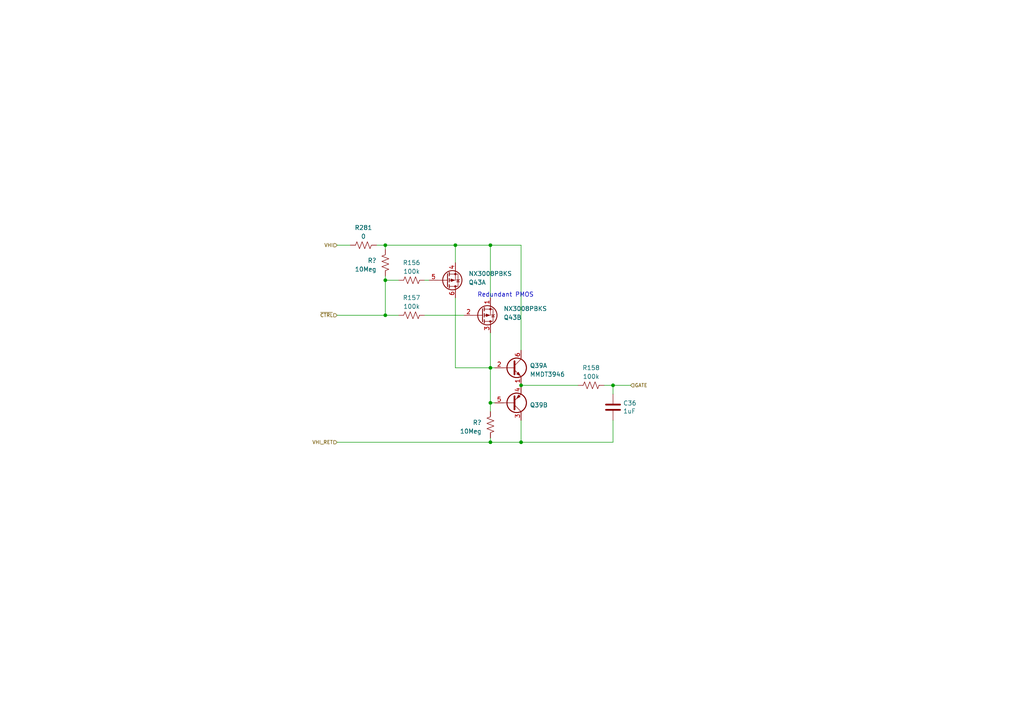
<source format=kicad_sch>
(kicad_sch (version 20230121) (generator eeschema)
  (paper "A4")
  (lib_symbols
    (symbol "Device:C" (pin_numbers hide) (pin_names (offset 0.254))
      (property "Reference" "C" (at 0.635 2.54 0))
      (property "Value" "C" (at 0.635 -2.54 0))
      (symbol "C_0_1"
        (polyline (pts (xy -2.032 -0.762) (xy 2.032 -0.762)) (stroke (width 0.508)))
        (polyline (pts (xy -2.032 0.762) (xy 2.032 0.762)) (stroke (width 0.508)))
      )
      (symbol "C_1_1"
        (pin passive line (at 0 3.81 270) (length 2.794) (name "~") (number "1"))
        (pin passive line (at 0 -3.81 90) (length 2.794) (name "~") (number "2"))
      )
    )
    (symbol "Device:R_US" (pin_numbers hide) (pin_names (offset 0))
      (property "Reference" "R" (at 2.54 0 90))
      (property "Value" "R_US" (at -2.54 0 90))
      (symbol "R_US_0_1"
        (polyline (pts (xy 0 -2.286) (xy 0 -2.54)))
        (polyline (pts (xy 0 2.286) (xy 0 2.54)))
        (polyline (pts (xy 0 -0.762) (xy 1.016 -1.143) (xy 0 -1.524) (xy -1.016 -1.905) (xy 0 -2.286)))
        (polyline (pts (xy 0 0.762) (xy 1.016 0.381) (xy 0 0) (xy -1.016 -0.381) (xy 0 -0.762)))
        (polyline (pts (xy 0 2.286) (xy 1.016 1.905) (xy 0 1.524) (xy -1.016 1.143) (xy 0 0.762)))
      )
      (symbol "R_US_1_1"
        (pin passive line (at 0 3.81 270) (length 1.27) (name "~") (number "1"))
        (pin passive line (at 0 -3.81 90) (length 1.27) (name "~") (number "2"))
      )
    )
    (symbol "NX3008PBKS_1" (pin_names (offset 0.762) hide)
      (property "Reference" "Q" (at -2.54 5.08 0))
      (property "Value" "NX3008PBKS" (at 3.81 6.35 0))
      (symbol "NX3008PBKS_1_1_1"
        (polyline (pts (xy -1.016 0) (xy -3.81 0)))
        (polyline (pts (xy -1.016 1.905) (xy -1.016 -1.905)) (stroke (width 0.254)))
        (polyline (pts (xy -0.508 -1.27) (xy -0.508 -2.286)) (stroke (width 0.254)))
        (polyline (pts (xy -0.508 0.508) (xy -0.508 -0.508)) (stroke (width 0.254)))
        (polyline (pts (xy -0.508 2.286) (xy -0.508 1.27)) (stroke (width 0.254)))
        (polyline (pts (xy 1.27 2.54) (xy 1.27 1.778)))
        (polyline (pts (xy 1.27 -2.54) (xy 1.27 0) (xy -0.508 0)))
        (polyline (pts (xy -0.508 -1.778) (xy 2.032 -1.778) (xy 2.032 1.778) (xy -0.508 1.778)))
        (polyline (pts (xy 1.016 0) (xy 0 -0.381) (xy 0 0.381) (xy 1.016 0)) (fill (type outline)))
        (polyline (pts (xy 2.032 -0.127) (xy 2.413 0.508) (xy 1.651 0.508) (xy 2.032 -0.127)))
        (polyline (pts (xy 2.54 -0.254) (xy 2.413 -0.127) (xy 1.651 -0.127) (xy 1.524 0)))
        (circle (center 0.381 0) (radius 2.794) (stroke (width 0.254)))
        (circle (center 1.27 -1.778) (radius 0.254) (fill (type outline)))
        (circle (center 1.27 1.778) (radius 0.254) (fill (type outline)))
        (pin passive line (at 1.27 -5.08 90) (length 2.54) (name "S2") (number "4"))
        (pin input line (at -6.35 0 0) (length 2.54) (name "G2") (number "5"))
        (pin passive line (at 1.27 5.08 270) (length 2.54) (name "D1") (number "6"))
      )
      (symbol "NX3008PBKS_1_2_1"
        (polyline (pts (xy -1.016 0) (xy -3.81 0)))
        (polyline (pts (xy -1.016 1.905) (xy -1.016 -1.905)) (stroke (width 0.254)))
        (polyline (pts (xy -0.508 -1.27) (xy -0.508 -2.286)) (stroke (width 0.254)))
        (polyline (pts (xy -0.508 0.508) (xy -0.508 -0.508)) (stroke (width 0.254)))
        (polyline (pts (xy -0.508 2.286) (xy -0.508 1.27)) (stroke (width 0.254)))
        (polyline (pts (xy 1.27 2.54) (xy 1.27 1.778)))
        (polyline (pts (xy 1.27 -2.54) (xy 1.27 0) (xy -0.508 0)))
        (polyline (pts (xy -0.508 -1.778) (xy 2.032 -1.778) (xy 2.032 1.778) (xy -0.508 1.778)))
        (polyline (pts (xy 1.016 0) (xy 0 -0.381) (xy 0 0.381) (xy 1.016 0)) (fill (type outline)))
        (polyline (pts (xy 2.032 -0.127) (xy 2.413 0.508) (xy 1.651 0.508) (xy 2.032 -0.127)))
        (polyline (pts (xy 2.54 -0.254) (xy 2.413 -0.127) (xy 1.651 -0.127) (xy 1.524 0)))
        (circle (center 0.381 0) (radius 2.794) (stroke (width 0.254)))
        (circle (center 1.27 -1.778) (radius 0.254) (fill (type outline)))
        (circle (center 1.27 1.778) (radius 0.254) (fill (type outline)))
        (pin passive line (at 1.27 -5.08 90) (length 2.54) (name "S1") (number "1"))
        (pin input line (at -6.35 0 0) (length 2.54) (name "G1") (number "2"))
        (pin passive line (at 1.27 5.08 270) (length 2.54) (name "D2") (number "3"))
      )
    )
    (symbol "Transistor_BJT:MMDT3946" (pin_names (offset 0) hide)
      (property "Reference" "Q" (at 5.08 1.27 0))
      (property "Value" "MMDT3946" (at 5.08 -1.27 0))
      (symbol "MMDT3946_0_1"
        (polyline (pts (xy 0.635 0) (xy -2.54 0)))
        (circle (center 1.27 0) (radius 2.8194) (stroke (width 0.254)))
        (circle (center 1.27 0) (radius 2.8194) (stroke (width 0.254)))
      )
      (symbol "MMDT3946_1_1"
        (polyline (pts (xy 0.635 0.635) (xy 2.54 2.54)))
        (polyline (pts (xy 0.635 -0.635) (xy 2.54 -2.54) (xy 2.54 -2.54)))
        (polyline (pts (xy 0.635 1.905) (xy 0.635 -1.905) (xy 0.635 -1.905)) (stroke (width 0.508)))
        (polyline (pts (xy 1.27 -1.778) (xy 1.778 -1.27) (xy 2.286 -2.286) (xy 1.27 -1.778) (xy 1.27 -1.778)) (fill (type outline)))
        (pin passive line (at 2.54 -5.08 90) (length 2.54) (name "E1") (number "1"))
        (pin input line (at -5.08 0 0) (length 2.54) (name "B1") (number "2"))
        (pin passive line (at 2.54 5.08 270) (length 2.54) (name "C1") (number "6"))
      )
      (symbol "MMDT3946_2_1"
        (polyline (pts (xy 0.635 0.635) (xy 2.54 2.54)))
        (polyline (pts (xy 0.635 -0.635) (xy 2.54 -2.54) (xy 2.54 -2.54)))
        (polyline (pts (xy 0.635 1.905) (xy 0.635 -1.905) (xy 0.635 -1.905)) (stroke (width 0.508)))
        (polyline (pts (xy 2.286 -1.778) (xy 1.778 -2.286) (xy 1.27 -1.27) (xy 2.286 -1.778) (xy 2.286 -1.778)) (fill (type outline)))
        (pin passive line (at 2.54 5.08 270) (length 2.54) (name "C2") (number "3"))
        (pin passive line (at 2.54 -5.08 90) (length 2.54) (name "E2") (number "4"))
        (pin input line (at -5.08 0 0) (length 2.54) (name "B2") (number "5"))
      )
    )
  )
  (junction (at 151.13 128.27))
  (junction (at 111.76 81.28))
  (junction (at 151.13 111.76))
  (junction (at 132.08 71.12))
  (junction (at 111.76 71.12))
  (junction (at 142.24 106.68))
  (junction (at 177.8 111.76))
  (junction (at 142.24 128.27))
  (junction (at 111.76 91.44))
  (junction (at 142.24 116.84))
  (junction (at 142.24 71.12))
  (wire (pts (xy 132.08 106.68) (xy 142.24 106.68)))
  (wire (pts (xy 109.22 71.12) (xy 111.76 71.12)))
  (wire (pts (xy 143.51 116.84) (xy 142.24 116.84)))
  (wire (pts (xy 177.8 111.76) (xy 175.26 111.76)))
  (wire (pts (xy 177.8 121.92) (xy 177.8 128.27)))
  (wire (pts (xy 177.8 111.76) (xy 182.88 111.76)))
  (wire (pts (xy 142.24 96.52) (xy 142.24 106.68)))
  (wire (pts (xy 97.79 71.12) (xy 101.6 71.12)))
  (wire (pts (xy 111.76 71.12) (xy 111.76 72.39)))
  (wire (pts (xy 111.76 91.44) (xy 115.57 91.44)))
  (wire (pts (xy 142.24 71.12) (xy 142.24 86.36)))
  (wire (pts (xy 151.13 71.12) (xy 151.13 101.6)))
  (wire (pts (xy 151.13 128.27) (xy 142.24 128.27)))
  (wire (pts (xy 177.8 128.27) (xy 151.13 128.27)))
  (wire (pts (xy 151.13 121.92) (xy 151.13 128.27)))
  (wire (pts (xy 115.57 81.28) (xy 111.76 81.28)))
  (wire (pts (xy 111.76 71.12) (xy 132.08 71.12)))
  (wire (pts (xy 142.24 127) (xy 142.24 128.27)))
  (wire (pts (xy 142.24 71.12) (xy 132.08 71.12)))
  (wire (pts (xy 123.19 91.44) (xy 134.62 91.44)))
  (wire (pts (xy 151.13 111.76) (xy 167.64 111.76)))
  (wire (pts (xy 132.08 71.12) (xy 132.08 76.2)))
  (wire (pts (xy 111.76 81.28) (xy 111.76 91.44)))
  (wire (pts (xy 142.24 116.84) (xy 142.24 119.38)))
  (wire (pts (xy 97.79 91.44) (xy 111.76 91.44)))
  (wire (pts (xy 97.79 128.27) (xy 142.24 128.27)))
  (wire (pts (xy 123.19 81.28) (xy 124.46 81.28)))
  (wire (pts (xy 142.24 116.84) (xy 142.24 106.68)))
  (wire (pts (xy 142.24 71.12) (xy 151.13 71.12)))
  (wire (pts (xy 111.76 80.01) (xy 111.76 81.28)))
  (wire (pts (xy 142.24 106.68) (xy 143.51 106.68)))
  (wire (pts (xy 177.8 114.3) (xy 177.8 111.76)))
  (wire (pts (xy 132.08 86.36) (xy 132.08 106.68)))
  (text "Redundant PMOS" (at 138.43 86.36 0) (effects (font (size 1.27 1.27)) (justify left bottom)))
  (hierarchical_label "~{CTRL}" (shape input) (at 97.79 91.44 180) (effects (font (size 1.016 1.016))))
  (hierarchical_label "GATE" (shape input) (at 182.88 111.76 0) (effects (font (size 1.016 1.016))))
  (hierarchical_label "VHI_RET" (shape input) (at 97.79 128.27 180) (effects (font (size 1.016 1.016))))
  (hierarchical_label "VHI" (shape input) (at 97.79 71.12 180) (effects (font (size 1.016 1.016))))
  (symbol (lib_id "Device:R_US") (at 111.76 76.2 0) (mirror y) (unit 1)
    (property "Reference" "R?" (at 109.22 75.565 0) (effects (justify left)))
    (property "Value" "10Meg" (at 109.22 78.105 0) (effects (justify left)))
    (property "Footprint" "Resistor_SMD:R_0402_1005Metric" (effects hide))
    (instances (project "mainboard" (path "" (reference "R?") (unit 1)) (path "" (reference "R215") (unit 1)) (path "" (reference "R171") (unit 1)) (path "" (reference "R177") (unit 1)) (path "" (reference "R204") (unit 1)) (path "" (reference "R183") (unit 1)) (path "" (reference "R155") (unit 1))))
  )
  (symbol (lib_id "Device:R_US") (at 119.38 91.44 90) (unit 1)
    (property "Reference" "R157" (at 119.38 86.36 90))
    (property "Value" "100k" (at 119.38 88.9 90))
    (property "Footprint" "Resistor_SMD:R_0402_1005Metric" (effects hide))
  )
  (symbol (lib_name "NX3008PBKS_1") (lib_id "SierraLobo:NX3008PBKS") (at 130.81 81.28 0) (mirror x) (unit 1)
    (property "Reference" "Q43" (at 135.89 81.915 0) (effects (justify left)))
    (property "Value" "NX3008PBKS" (at 135.89 79.375 0) (effects (justify left)))
    (property "Footprint" "Package_TO_SOT_SMD:SOT-363_SC-70-6" (effects hide))
    (property "Datasheet" "https://assets.nexperia.com/documents/data-sheet/NX3008PBKS.pdf" (effects hide))
  )
  (symbol (lib_name "NX3008PBKS_1") (lib_id "SierraLobo:NX3008PBKS") (at 140.97 91.44 0) (mirror x) (unit 2)
    (property "Reference" "Q43" (at 146.05 92.075 0) (effects (justify left)))
    (property "Value" "NX3008PBKS" (at 146.05 89.535 0) (effects (justify left)))
    (property "Footprint" "Package_TO_SOT_SMD:SOT-363_SC-70-6" (effects hide))
    (property "Datasheet" "https://assets.nexperia.com/documents/data-sheet/NX3008PBKS.pdf" (effects hide))
  )
  (symbol (lib_id "Transistor_BJT:MMDT3946") (at 148.59 116.84 0) (mirror x) (unit 2)
    (property "Reference" "Q39" (at 153.67 117.475 0) (effects (justify left)))
    (property "Value" "MMDT3946" (effects hide))
    (property "Footprint" "Package_TO_SOT_SMD:SOT-363_SC-70-6" (effects hide))
    (property "Datasheet" "http://www.diodes.com/_files/datasheets/ds30123.pdf" (effects hide))
    (property "Mfr. Part No" "MMDT3946-7-F" (effects hide))
    (instances (project "mainboard" (path "" (reference "Q39") (unit 2)) (path "" (reference "Q22") (unit 2)) (path "" (reference "Q38") (unit 2)) (path "" (reference "Q40") (unit 2)) (path "" (reference "Q56") (unit 2)) (path "" (reference "Q44") (unit 2))))
  )
  (symbol (lib_id "Device:R_US") (at 142.24 123.19 0) (mirror y) (unit 1)
    (property "Reference" "R?" (at 139.7 122.555 0) (effects (justify left)))
    (property "Value" "10Meg" (at 139.7 125.095 0) (effects (justify left)))
    (property "Footprint" "Resistor_SMD:R_0402_1005Metric" (effects hide))
    (instances (project "mainboard" (path "" (reference "R?") (unit 1)) (path "" (reference "R215") (unit 1)) (path "" (reference "R171") (unit 1)) (path "" (reference "R177") (unit 1)) (path "" (reference "R204") (unit 1)) (path "" (reference "R183") (unit 1)) (path "" (reference "R159") (unit 1))))
  )
  (symbol (lib_id "Transistor_BJT:MMDT3946") (at 148.59 106.68 0) (unit 1)
    (property "Reference" "Q39" (at 153.67 106.045 0) (effects (justify left)))
    (property "Value" "MMDT3946" (at 153.67 108.585 0) (effects (justify left)))
    (property "Footprint" "Package_TO_SOT_SMD:SOT-363_SC-70-6" (effects hide))
    (property "Datasheet" "http://www.diodes.com/_files/datasheets/ds30123.pdf" (effects hide))
    (property "Mfr. Part No" "MMDT3946-7-F" (effects hide))
    (instances (project "mainboard" (path "" (reference "Q39") (unit 1)) (path "" (reference "Q22") (unit 1)) (path "" (reference "Q38") (unit 1)) (path "" (reference "Q40") (unit 1)) (path "" (reference "Q56") (unit 1)) (path "" (reference "Q44") (unit 1))))
  )
  (symbol (lib_id "Device:R_US") (at 119.38 81.28 90) (unit 1)
    (property "Reference" "R156" (at 119.38 76.2 90))
    (property "Value" "100k" (at 119.38 78.74 90))
    (property "Footprint" "Resistor_SMD:R_0402_1005Metric" (effects hide))
  )
  (symbol (lib_id "Device:R_US") (at 171.45 111.76 90) (unit 1)
    (property "Reference" "R158" (at 171.45 106.68 90))
    (property "Value" "100k" (at 171.45 109.22 90))
    (property "Footprint" "Resistor_SMD:R_0402_1005Metric" (effects hide))
  )
  (symbol (lib_id "Device:R_US") (at 105.41 71.12 90) (unit 1)
    (property "Reference" "R281" (at 105.41 66.04 90))
    (property "Value" "0" (at 105.41 68.58 90))
    (property "Footprint" "Resistor_SMD:R_0603_1608Metric" (effects hide))
    (instances (project "mainboard" (path "" (reference "R281") (unit 1)) (path "" (reference "R279") (unit 1)) (path "" (reference "R280") (unit 1)) (path "" (reference "R282") (unit 1)) (path "" (reference "R283") (unit 1)) (path "" (reference "R154") (unit 1))))
  )
  (symbol (lib_id "Device:C") (at 177.8 118.11 0) (unit 1)
    (property "Reference" "C36" (at 180.721 116.9416 0) (effects (justify left)))
    (property "Value" "1uF" (at 180.721 119.253 0) (effects (justify left)))
    (property "Footprint" "Capacitor_SMD:C_0603_1608Metric" (effects hide))
    (instances (project "mainboard" (path "" (reference "C36") (unit 1)) (path "" (reference "C?") (unit 1)) (path "" (reference "C99") (unit 1)) (path "" (reference "C92") (unit 1)) (path "" (reference "C93") (unit 1)) (path "" (reference "C94") (unit 1)) (path "" (reference "C96") (unit 1)) (path "" (reference "C99") (unit 1))))
  )
)
</source>
